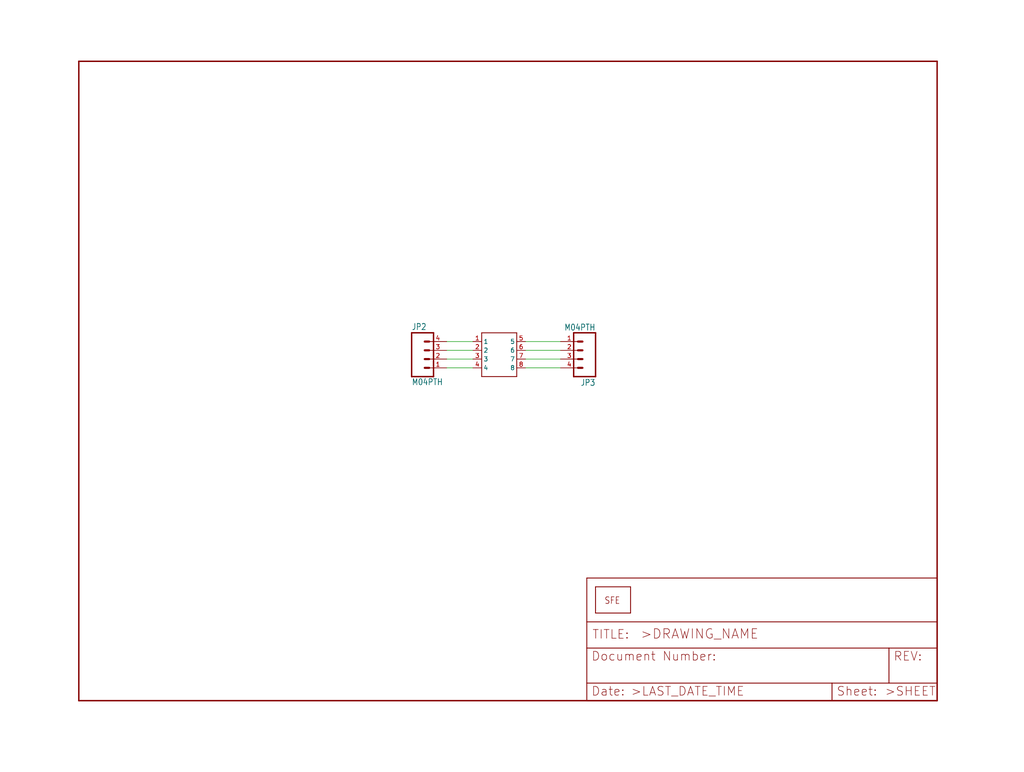
<source format=kicad_sch>
(kicad_sch (version 20211123) (generator eeschema)
  (paper "User" 297.002 223.926)
  (lib_symbols
    (symbol "schematicEagle-eagle-import:FRAME-LETTER"
      (symbol "FRAME-LETTER_1_0"
        (polyline (pts (xy 0 0) (xy 248.92 0)) (stroke (width 0.4064)))
        (polyline (pts (xy 0 185.42) (xy 0 0)) (stroke (width 0.4064)))
        (polyline (pts (xy 0 185.42) (xy 248.92 185.42)) (stroke (width 0.4064)))
        (polyline (pts (xy 248.92 185.42) (xy 248.92 0)) (stroke (width 0.4064)))
      )
      (symbol "FRAME-LETTER_2_0"
        (polyline (pts (xy 0 0) (xy 0 5.08)) (stroke (width 0.254)))
        (polyline (pts (xy 0 0) (xy 71.12 0)) (stroke (width 0.254)))
        (polyline (pts (xy 0 5.08) (xy 0 15.24)) (stroke (width 0.254)))
        (polyline (pts (xy 0 5.08) (xy 71.12 5.08)) (stroke (width 0.254)))
        (polyline (pts (xy 0 15.24) (xy 0 22.86)) (stroke (width 0.254)))
        (polyline (pts (xy 0 22.86) (xy 0 35.56)) (stroke (width 0.254)))
        (polyline (pts (xy 0 22.86) (xy 101.6 22.86)) (stroke (width 0.254)))
        (polyline (pts (xy 71.12 0) (xy 101.6 0)) (stroke (width 0.254)))
        (polyline (pts (xy 71.12 5.08) (xy 71.12 0)) (stroke (width 0.254)))
        (polyline (pts (xy 71.12 5.08) (xy 87.63 5.08)) (stroke (width 0.254)))
        (polyline (pts (xy 87.63 5.08) (xy 101.6 5.08)) (stroke (width 0.254)))
        (polyline (pts (xy 87.63 15.24) (xy 0 15.24)) (stroke (width 0.254)))
        (polyline (pts (xy 87.63 15.24) (xy 87.63 5.08)) (stroke (width 0.254)))
        (polyline (pts (xy 101.6 5.08) (xy 101.6 0)) (stroke (width 0.254)))
        (polyline (pts (xy 101.6 15.24) (xy 87.63 15.24)) (stroke (width 0.254)))
        (polyline (pts (xy 101.6 15.24) (xy 101.6 5.08)) (stroke (width 0.254)))
        (polyline (pts (xy 101.6 22.86) (xy 101.6 15.24)) (stroke (width 0.254)))
        (polyline (pts (xy 101.6 35.56) (xy 0 35.56)) (stroke (width 0.254)))
        (polyline (pts (xy 101.6 35.56) (xy 101.6 22.86)) (stroke (width 0.254)))
        (text ">DRAWING_NAME" (at 15.494 17.78 0) (effects (font (size 2.7432 2.7432)) (justify left bottom)))
        (text ">LAST_DATE_TIME" (at 12.7 1.27 0) (effects (font (size 2.54 2.54)) (justify left bottom)))
        (text ">SHEET" (at 86.36 1.27 0) (effects (font (size 2.54 2.54)) (justify left bottom)))
        (text "Date:" (at 1.27 1.27 0) (effects (font (size 2.54 2.54)) (justify left bottom)))
        (text "Document Number:" (at 1.27 11.43 0) (effects (font (size 2.54 2.54)) (justify left bottom)))
        (text "REV:" (at 88.9 11.43 0) (effects (font (size 2.54 2.54)) (justify left bottom)))
        (text "Sheet:" (at 72.39 1.27 0) (effects (font (size 2.54 2.54)) (justify left bottom)))
        (text "TITLE:" (at 1.524 17.78 0) (effects (font (size 2.54 2.54)) (justify left bottom)))
      )
    )
    (symbol "schematicEagle-eagle-import:LOGO-SFESK"
      (symbol "LOGO-SFESK_1_0"
        (polyline (pts (xy -2.54 -2.54) (xy 7.62 -2.54)) (stroke (width 0.254)))
        (polyline (pts (xy -2.54 5.08) (xy -2.54 -2.54)) (stroke (width 0.254)))
        (polyline (pts (xy 7.62 -2.54) (xy 7.62 5.08)) (stroke (width 0.254)))
        (polyline (pts (xy 7.62 5.08) (xy -2.54 5.08)) (stroke (width 0.254)))
        (text "SFE" (at 0 0 0) (effects (font (size 1.9304 1.6408)) (justify left bottom)))
      )
    )
    (symbol "schematicEagle-eagle-import:M04PTH"
      (property "Reference" "JP" (at -5.08 8.382 0))
      (property "Value" "M04PTH" (at -5.08 -7.62 0))
      (symbol "M04PTH_1_0"
        (polyline (pts (xy -5.08 7.62) (xy -5.08 -5.08)) (stroke (width 0.4064)))
        (polyline (pts (xy -5.08 7.62) (xy 1.27 7.62)) (stroke (width 0.4064)))
        (polyline (pts (xy -1.27 -2.54) (xy 0 -2.54)) (stroke (width 0.6096)))
        (polyline (pts (xy -1.27 0) (xy 0 0)) (stroke (width 0.6096)))
        (polyline (pts (xy -1.27 2.54) (xy 0 2.54)) (stroke (width 0.6096)))
        (polyline (pts (xy -1.27 5.08) (xy 0 5.08)) (stroke (width 0.6096)))
        (polyline (pts (xy 1.27 -5.08) (xy -5.08 -5.08)) (stroke (width 0.4064)))
        (polyline (pts (xy 1.27 -5.08) (xy 1.27 7.62)) (stroke (width 0.4064)))
        (pin passive line (at 5.08 -2.54 180) (length 5.08) (name "1") (number "1"))
        (pin passive line (at 5.08 0 180) (length 5.08) (name "2") (number "2"))
        (pin passive line (at 5.08 2.54 180) (length 5.08) (name "3") (number "3"))
        (pin passive line (at 5.08 5.08 180) (length 5.08) (name "4") (number "4"))
      )
    )
    (symbol "schematicEagle-eagle-import:SSOP8"
      (symbol "SSOP8_1_0"
        (polyline (pts (xy -5.08 -5.08) (xy -5.08 7.62)) (stroke (width 0.254)))
        (polyline (pts (xy -5.08 7.62) (xy 5.08 7.62)) (stroke (width 0.254)))
        (polyline (pts (xy 5.08 -5.08) (xy -5.08 -5.08)) (stroke (width 0.254)))
        (polyline (pts (xy 5.08 7.62) (xy 5.08 -5.08)) (stroke (width 0.254)))
        (pin bidirectional line (at -7.62 5.08 0) (length 2.54) (name "1") (number "1"))
        (pin bidirectional line (at -7.62 2.54 0) (length 2.54) (name "2") (number "2"))
        (pin bidirectional line (at -7.62 0 0) (length 2.54) (name "3") (number "3"))
        (pin bidirectional line (at -7.62 -2.54 0) (length 2.54) (name "4") (number "4"))
        (pin bidirectional line (at 7.62 5.08 180) (length 2.54) (name "5") (number "5"))
        (pin bidirectional line (at 7.62 2.54 180) (length 2.54) (name "6") (number "6"))
        (pin bidirectional line (at 7.62 0 180) (length 2.54) (name "7") (number "7"))
        (pin bidirectional line (at 7.62 -2.54 180) (length 2.54) (name "8") (number "8"))
      )
    )
  )
  (wire (pts (xy 162.56 101.6) (xy 152.4 101.6)))
  (wire (pts (xy 162.56 106.68) (xy 152.4 106.68)))
  (wire (pts (xy 129.54 99.06) (xy 137.16 99.06)))
  (wire (pts (xy 129.54 101.6) (xy 137.16 101.6)))
  (wire (pts (xy 162.56 104.14) (xy 152.4 104.14)))
  (wire (pts (xy 129.54 104.14) (xy 137.16 104.14)))
  (wire (pts (xy 129.54 106.68) (xy 137.16 106.68)))
  (wire (pts (xy 162.56 99.06) (xy 152.4 99.06)))
  (symbol (lib_id "schematicEagle-eagle-import:SSOP8") (at 144.78 104.14 0) (unit 1)
    (property "Reference" "U$1" (effects hide))
    (property "Value" "SSOP8" (effects hide))
    (property "Footprint" "schematicEagle:SSOP8" (effects hide))
  )
  (symbol (lib_id "schematicEagle-eagle-import:M04PTH") (at 124.46 104.14 0) (unit 1)
    (property "Reference" "JP2" (at 119.38 95.758 0) (effects (font (size 1.778 1.5113)) (justify left bottom)))
    (property "Value" "M04PTH" (at 119.38 111.76 0) (effects (font (size 1.778 1.5113)) (justify left bottom)))
    (property "Footprint" "schematicEagle:1X04" (effects hide))
  )
  (symbol (lib_id "schematicEagle-eagle-import:M04PTH") (at 167.64 101.6 180) (unit 1)
    (property "Reference" "JP3" (at 172.72 109.982 0) (effects (font (size 1.778 1.5113)) (justify left bottom)))
    (property "Value" "M04PTH" (at 172.72 93.98 0) (effects (font (size 1.778 1.5113)) (justify left bottom)))
    (property "Footprint" "schematicEagle:1X04" (effects hide))
  )
  (symbol (lib_id "schematicEagle-eagle-import:FRAME-LETTER") (at 170.18 203.2 0) (unit 2)
    (property "Reference" "#FRAME1" (effects hide))
    (property "Value" "FRAME-LETTER" (effects hide))
    (property "Footprint" "schematicEagle:" (effects hide))
  )
  (symbol (lib_id "schematicEagle-eagle-import:FRAME-LETTER") (at 22.86 203.2 0) (unit 1)
    (property "Reference" "#FRAME1" (effects hide))
    (property "Value" "FRAME-LETTER" (effects hide))
    (property "Footprint" "schematicEagle:" (effects hide))
  )
  (symbol (lib_id "schematicEagle-eagle-import:LOGO-SFESK") (at 175.26 175.26 0) (unit 1)
    (property "Reference" "JP1" (effects hide))
    (property "Value" "LOGO-SFESK" (effects hide))
    (property "Footprint" "schematicEagle:SFE-LOGO-FLAME" (effects hide))
  )
)
</source>
